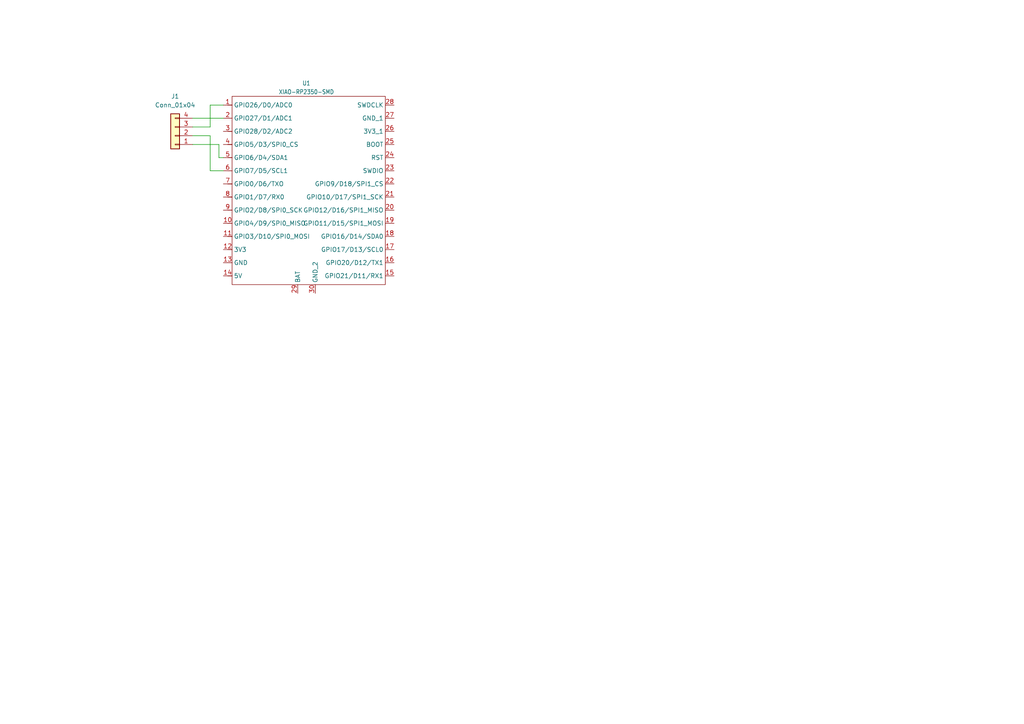
<source format=kicad_sch>
(kicad_sch (version 20250114) (generator "eeschema") (generator_version "9.0")
  (paper "A4")
  (lib_symbols
    (symbol "Connector_Generic:Conn_01x04" (pin_names (offset 1.016) (hide yes))
      (property "Reference" "J" (at 0 5.08 0))
      (property "Value" "Conn_01x04" (at 0 -7.62 0))
      (symbol "Conn_01x04_1_1"
        (rectangle (start -1.27 3.81) (end 1.27 -6.35) (stroke (width 0.254)) (fill (type background)))
        (rectangle (start -1.27 2.667) (end 0 2.413) (stroke (width 0.1524)))
        (rectangle (start -1.27 0.127) (end 0 -0.127) (stroke (width 0.1524)))
        (rectangle (start -1.27 -2.413) (end 0 -2.667) (stroke (width 0.1524)))
        (rectangle (start -1.27 -4.953) (end 0 -5.207) (stroke (width 0.1524)))
        (pin passive line (at -5.08 2.54 0) (length 3.81) (name "Pin_1") (number "1"))
        (pin passive line (at -5.08 0 0) (length 3.81) (name "Pin_2") (number "2"))
        (pin passive line (at -5.08 -2.54 0) (length 3.81) (name "Pin_3") (number "3"))
        (pin passive line (at -5.08 -5.08 0) (length 3.81) (name "Pin_4") (number "4"))
      )
    )
    (symbol "OPL:XIAO-RP2350-SMD"
      (property "Reference" "U" (at -21.59 27.432 0))
      (property "Value" "XIAO-RP2350-SMD" (at -21.59 25.654 0))
      (symbol "XIAO-RP2350-SMD_0_1"
        (rectangle (start -21.59 25.4) (end 22.86 -29.21))
      )
      (symbol "XIAO-RP2350-SMD_1_0"
        (polyline (pts (xy -22.86 -3.81) (xy -21.59 -3.81)) (stroke (width 0.1524)))
        (polyline (pts (xy -22.86 -7.62) (xy -21.59 -7.62)) (stroke (width 0.1524)))
        (polyline (pts (xy -22.86 -11.43) (xy -21.59 -11.43)) (stroke (width 0.1524)))
        (polyline (pts (xy -22.86 -15.24) (xy -21.59 -15.24)) (stroke (width 0.1524)))
        (polyline (pts (xy -22.86 -19.05) (xy -21.59 -19.05)) (stroke (width 0.1524)))
        (polyline (pts (xy -22.86 -22.86) (xy -21.59 -22.86)) (stroke (width 0.1524)))
        (polyline (pts (xy -22.86 -26.67) (xy -21.59 -26.67)) (stroke (width 0.1524)))
        (polyline (pts (xy -21.59 22.86) (xy -22.86 22.86)) (stroke (width 0.1524)))
        (polyline (pts (xy -21.59 19.05) (xy -22.86 19.05)) (stroke (width 0.1524)))
        (polyline (pts (xy -21.59 15.24) (xy -22.86 15.24)) (stroke (width 0.1524)))
        (polyline (pts (xy -21.59 11.43) (xy -22.86 11.43)) (stroke (width 0.1524)))
        (polyline (pts (xy -21.59 7.62) (xy -22.86 7.62)) (stroke (width 0.1524)))
        (polyline (pts (xy -21.59 3.81) (xy -22.86 3.81)) (stroke (width 0.1524)))
        (polyline (pts (xy -21.59 0) (xy -22.86 0)) (stroke (width 0.1524)))
        (pin passive line (at -24.13 22.86 0) (length 2.54) (name "GPIO26/D0/ADC0") (number "1"))
        (pin passive line (at -24.13 19.05 0) (length 2.54) (name "GPIO27/D1/ADC1") (number "2"))
        (pin passive line (at -24.13 15.24 0) (length 2.54) (name "GPIO28/D2/ADC2") (number "3"))
        (pin passive line (at -24.13 11.43 0) (length 2.54) (name "GPIO5/D3/SPI0_CS") (number "4"))
        (pin passive line (at -24.13 7.62 0) (length 2.54) (name "GPIO6/D4/SDA1") (number "5"))
        (pin passive line (at -24.13 3.81 0) (length 2.54) (name "GPIO7/D5/SCL1") (number "6"))
        (pin passive line (at -24.13 0 0) (length 2.54) (name "GPIO0/D6/TXO") (number "7"))
        (pin passive line (at -24.13 -3.81 0) (length 2.54) (name "GPIO1/D7/RX0") (number "8"))
        (pin passive line (at -24.13 -7.62 0) (length 2.54) (name "GPIO2/D8/SPI0_SCK") (number "9"))
        (pin passive line (at -24.13 -11.43 0) (length 2.54) (name "GPIO4/D9/SPI0_MISO") (number "10"))
        (pin passive line (at -24.13 -15.24 0) (length 2.54) (name "GPIO3/D10/SPI0_MOSI") (number "11"))
        (pin passive line (at -24.13 -19.05 0) (length 2.54) (name "3V3") (number "12"))
        (pin passive line (at -24.13 -22.86 0) (length 2.54) (name "GND") (number "13"))
        (pin passive line (at -24.13 -26.67 0) (length 2.54) (name "5V") (number "14"))
      )
      (symbol "XIAO-RP2350-SMD_1_1"
        (pin passive line (at -2.54 -31.75 90) (length 2.54) (name "BAT") (number "29"))
        (pin passive line (at 2.54 -31.75 90) (length 2.54) (name "GND_2") (number "30"))
        (pin passive line (at 25.4 22.86 180) (length 2.54) (name "SWDCLK") (number "28"))
        (pin passive line (at 25.4 19.05 180) (length 2.54) (name "GND_1") (number "27"))
        (pin passive line (at 25.4 15.24 180) (length 2.54) (name "3V3_1") (number "26"))
        (pin passive line (at 25.4 11.43 180) (length 2.54) (name "BOOT") (number "25"))
        (pin passive line (at 25.4 7.62 180) (length 2.54) (name "RST") (number "24"))
        (pin passive line (at 25.4 3.81 180) (length 2.54) (name "SWDIO") (number "23"))
        (pin passive line (at 25.4 0 180) (length 2.54) (name "GPIO9/D18/SPI1_CS") (number "22"))
        (pin passive line (at 25.4 -3.81 180) (length 2.54) (name "GPIO10/D17/SPI1_SCK") (number "21"))
        (pin passive line (at 25.4 -7.62 180) (length 2.54) (name "GPIO12/D16/SPI1_MISO") (number "20"))
        (pin passive line (at 25.4 -11.43 180) (length 2.54) (name "GPIO11/D15/SPI1_MOSI") (number "19"))
        (pin passive line (at 25.4 -15.24 180) (length 2.54) (name "GPIO16/D14/SDA0") (number "18"))
        (pin passive line (at 25.4 -19.05 180) (length 2.54) (name "GPIO17/D13/SCL0") (number "17"))
        (pin passive line (at 25.4 -22.86 180) (length 2.54) (name "GPIO20/D12/TX1") (number "16"))
        (pin passive line (at 25.4 -26.67 180) (length 2.54) (name "GPIO21/D11/RX1") (number "15"))
      )
    )
  )
  (wire (pts (xy 60.96 39.37) (xy 60.96 49.53)))
  (wire (pts (xy 55.88 41.91) (xy 63.5 41.91)))
  (wire (pts (xy 55.88 34.29) (xy 64.77 34.29)))
  (wire (pts (xy 55.88 39.37) (xy 60.96 39.37)))
  (wire (pts (xy 55.88 36.83) (xy 60.96 36.83)))
  (wire (pts (xy 60.96 36.83) (xy 60.96 30.48)))
  (wire (pts (xy 60.96 30.48) (xy 64.77 30.48)))
  (wire (pts (xy 63.5 41.91) (xy 63.5 45.72)))
  (wire (pts (xy 60.96 49.53) (xy 64.77 49.53)))
  (wire (pts (xy 63.5 45.72) (xy 64.77 45.72)))
  (symbol (lib_id "OPL:XIAO-RP2350-SMD") (at 88.9 53.34 0) (unit 1)
    (property "Reference" "U1" (at 88.8619 24.13 0) (effects (font (size 1.27 1.0795))))
    (property "Value" "XIAO-RP2350-SMD" (at 88.8619 26.67 0) (effects (font (size 1.27 1.0795))))
  )
  (symbol (lib_id "Connector_Generic:Conn_01x04") (at 50.8 39.37 180) (unit 1)
    (property "Reference" "J1" (at 50.8 27.94 0))
    (property "Value" "Conn_01x04" (at 50.8 30.48 0))
    (property "Description" "Generic connector, single row, 01x04, script generated (kicad-library-utils/schlib/autogen/connector/)" (effects (hide yes)))
  )
)
</source>
